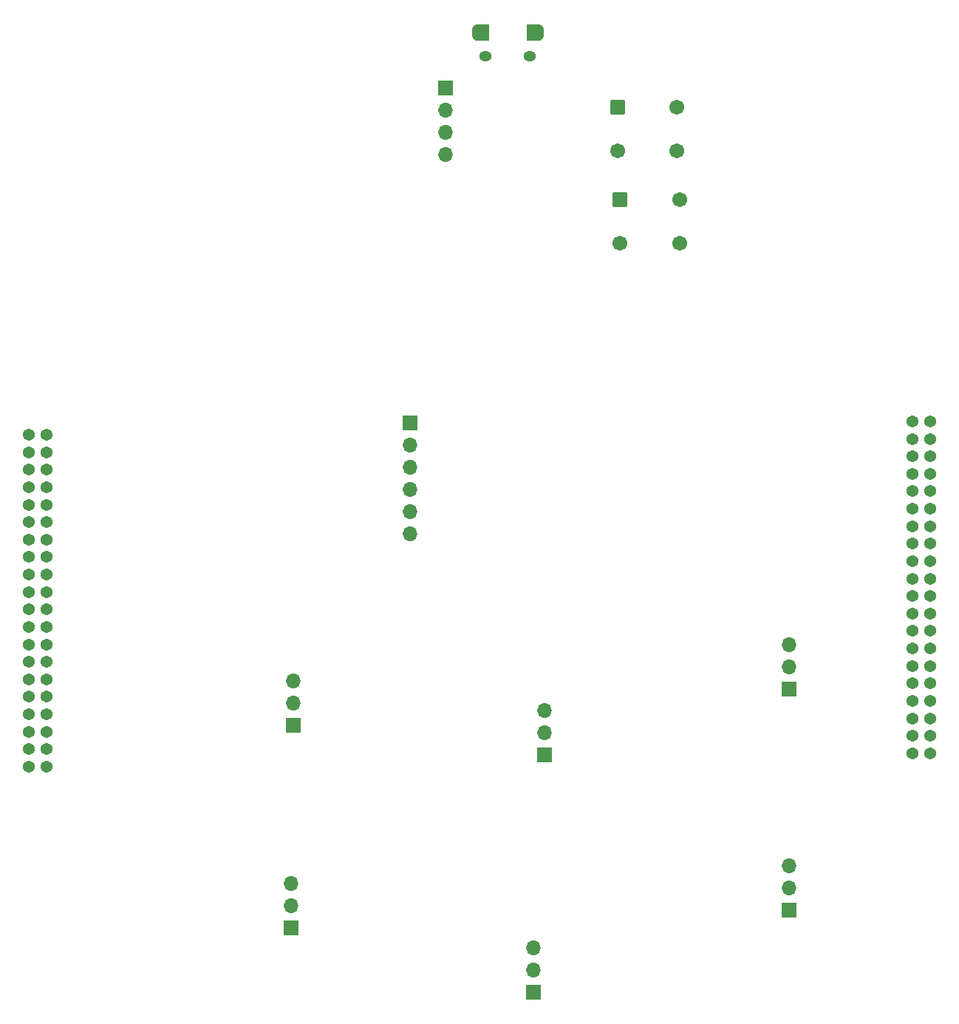
<source format=gbr>
%TF.GenerationSoftware,KiCad,Pcbnew,7.0.7*%
%TF.CreationDate,2024-03-26T11:25:22-07:00*%
%TF.ProjectId,Core-board,436f7265-2d62-46f6-9172-642e6b696361,rev?*%
%TF.SameCoordinates,Original*%
%TF.FileFunction,Soldermask,Bot*%
%TF.FilePolarity,Negative*%
%FSLAX46Y46*%
G04 Gerber Fmt 4.6, Leading zero omitted, Abs format (unit mm)*
G04 Created by KiCad (PCBNEW 7.0.7) date 2024-03-26 11:25:22*
%MOMM*%
%LPD*%
G01*
G04 APERTURE LIST*
G04 Aperture macros list*
%AMRoundRect*
0 Rectangle with rounded corners*
0 $1 Rounding radius*
0 $2 $3 $4 $5 $6 $7 $8 $9 X,Y pos of 4 corners*
0 Add a 4 corners polygon primitive as box body*
4,1,4,$2,$3,$4,$5,$6,$7,$8,$9,$2,$3,0*
0 Add four circle primitives for the rounded corners*
1,1,$1+$1,$2,$3*
1,1,$1+$1,$4,$5*
1,1,$1+$1,$6,$7*
1,1,$1+$1,$8,$9*
0 Add four rect primitives between the rounded corners*
20,1,$1+$1,$2,$3,$4,$5,0*
20,1,$1+$1,$4,$5,$6,$7,0*
20,1,$1+$1,$6,$7,$8,$9,0*
20,1,$1+$1,$8,$9,$2,$3,0*%
G04 Aperture macros list end*
%ADD10C,0.010000*%
%ADD11RoundRect,0.102000X-0.749000X-0.749000X0.749000X-0.749000X0.749000X0.749000X-0.749000X0.749000X0*%
%ADD12C,1.702000*%
%ADD13O,1.454000X1.154000*%
%ADD14R,1.700000X1.700000*%
%ADD15O,1.700000X1.700000*%
%ADD16C,1.371600*%
G04 APERTURE END LIST*
%TO.C,J11*%
D10*
X137044000Y-26826000D02*
X137072000Y-26828000D01*
X137100000Y-26832000D01*
X137128000Y-26837000D01*
X137156000Y-26844000D01*
X137183000Y-26852000D01*
X137210000Y-26861000D01*
X137237000Y-26872000D01*
X137262000Y-26884000D01*
X137287000Y-26898000D01*
X137312000Y-26913000D01*
X137335000Y-26929000D01*
X137358000Y-26946000D01*
X137380000Y-26965000D01*
X137400000Y-26985000D01*
X137420000Y-27005000D01*
X137439000Y-27027000D01*
X137456000Y-27050000D01*
X137472000Y-27073000D01*
X137487000Y-27097000D01*
X137501000Y-27123000D01*
X137513000Y-27148000D01*
X137524000Y-27175000D01*
X137533000Y-27202000D01*
X137541000Y-27229000D01*
X137548000Y-27257000D01*
X137553000Y-27285000D01*
X137557000Y-27313000D01*
X137559000Y-27341000D01*
X137560000Y-27370000D01*
X137560000Y-28030000D01*
X137559000Y-28059000D01*
X137557000Y-28087000D01*
X137553000Y-28115000D01*
X137548000Y-28143000D01*
X137541000Y-28171000D01*
X137533000Y-28198000D01*
X137524000Y-28225000D01*
X137513000Y-28252000D01*
X137501000Y-28277000D01*
X137487000Y-28303000D01*
X137472000Y-28327000D01*
X137456000Y-28350000D01*
X137439000Y-28373000D01*
X137420000Y-28395000D01*
X137400000Y-28415000D01*
X137380000Y-28435000D01*
X137358000Y-28454000D01*
X137335000Y-28471000D01*
X137312000Y-28487000D01*
X137287000Y-28502000D01*
X137262000Y-28516000D01*
X137237000Y-28528000D01*
X137210000Y-28539000D01*
X137183000Y-28548000D01*
X137156000Y-28556000D01*
X137128000Y-28563000D01*
X137100000Y-28568000D01*
X137072000Y-28572000D01*
X137044000Y-28574000D01*
X137015000Y-28575000D01*
X135715000Y-28575000D01*
X135715000Y-26825000D01*
X137015000Y-26825000D01*
X137044000Y-26826000D01*
G36*
X137044000Y-26826000D02*
G01*
X137072000Y-26828000D01*
X137100000Y-26832000D01*
X137128000Y-26837000D01*
X137156000Y-26844000D01*
X137183000Y-26852000D01*
X137210000Y-26861000D01*
X137237000Y-26872000D01*
X137262000Y-26884000D01*
X137287000Y-26898000D01*
X137312000Y-26913000D01*
X137335000Y-26929000D01*
X137358000Y-26946000D01*
X137380000Y-26965000D01*
X137400000Y-26985000D01*
X137420000Y-27005000D01*
X137439000Y-27027000D01*
X137456000Y-27050000D01*
X137472000Y-27073000D01*
X137487000Y-27097000D01*
X137501000Y-27123000D01*
X137513000Y-27148000D01*
X137524000Y-27175000D01*
X137533000Y-27202000D01*
X137541000Y-27229000D01*
X137548000Y-27257000D01*
X137553000Y-27285000D01*
X137557000Y-27313000D01*
X137559000Y-27341000D01*
X137560000Y-27370000D01*
X137560000Y-28030000D01*
X137559000Y-28059000D01*
X137557000Y-28087000D01*
X137553000Y-28115000D01*
X137548000Y-28143000D01*
X137541000Y-28171000D01*
X137533000Y-28198000D01*
X137524000Y-28225000D01*
X137513000Y-28252000D01*
X137501000Y-28277000D01*
X137487000Y-28303000D01*
X137472000Y-28327000D01*
X137456000Y-28350000D01*
X137439000Y-28373000D01*
X137420000Y-28395000D01*
X137400000Y-28415000D01*
X137380000Y-28435000D01*
X137358000Y-28454000D01*
X137335000Y-28471000D01*
X137312000Y-28487000D01*
X137287000Y-28502000D01*
X137262000Y-28516000D01*
X137237000Y-28528000D01*
X137210000Y-28539000D01*
X137183000Y-28548000D01*
X137156000Y-28556000D01*
X137128000Y-28563000D01*
X137100000Y-28568000D01*
X137072000Y-28572000D01*
X137044000Y-28574000D01*
X137015000Y-28575000D01*
X135715000Y-28575000D01*
X135715000Y-26825000D01*
X137015000Y-26825000D01*
X137044000Y-26826000D01*
G37*
X131315000Y-28575000D02*
X130015000Y-28575000D01*
X129986000Y-28574000D01*
X129958000Y-28572000D01*
X129930000Y-28568000D01*
X129902000Y-28563000D01*
X129874000Y-28556000D01*
X129847000Y-28548000D01*
X129820000Y-28539000D01*
X129793000Y-28528000D01*
X129768000Y-28516000D01*
X129743000Y-28502000D01*
X129718000Y-28487000D01*
X129695000Y-28471000D01*
X129672000Y-28454000D01*
X129650000Y-28435000D01*
X129630000Y-28415000D01*
X129610000Y-28395000D01*
X129591000Y-28373000D01*
X129574000Y-28350000D01*
X129558000Y-28327000D01*
X129543000Y-28303000D01*
X129529000Y-28277000D01*
X129517000Y-28252000D01*
X129506000Y-28225000D01*
X129497000Y-28198000D01*
X129489000Y-28171000D01*
X129482000Y-28143000D01*
X129477000Y-28115000D01*
X129473000Y-28087000D01*
X129471000Y-28059000D01*
X129470000Y-28030000D01*
X129470000Y-27370000D01*
X129471000Y-27341000D01*
X129473000Y-27313000D01*
X129477000Y-27285000D01*
X129482000Y-27257000D01*
X129489000Y-27229000D01*
X129497000Y-27202000D01*
X129506000Y-27175000D01*
X129517000Y-27148000D01*
X129529000Y-27123000D01*
X129543000Y-27097000D01*
X129558000Y-27073000D01*
X129574000Y-27050000D01*
X129591000Y-27027000D01*
X129610000Y-27005000D01*
X129630000Y-26985000D01*
X129650000Y-26965000D01*
X129672000Y-26946000D01*
X129695000Y-26929000D01*
X129718000Y-26913000D01*
X129743000Y-26898000D01*
X129768000Y-26884000D01*
X129793000Y-26872000D01*
X129820000Y-26861000D01*
X129847000Y-26852000D01*
X129874000Y-26844000D01*
X129902000Y-26837000D01*
X129930000Y-26832000D01*
X129958000Y-26828000D01*
X129986000Y-26826000D01*
X130015000Y-26825000D01*
X131315000Y-26825000D01*
X131315000Y-28575000D01*
G36*
X131315000Y-28575000D02*
G01*
X130015000Y-28575000D01*
X129986000Y-28574000D01*
X129958000Y-28572000D01*
X129930000Y-28568000D01*
X129902000Y-28563000D01*
X129874000Y-28556000D01*
X129847000Y-28548000D01*
X129820000Y-28539000D01*
X129793000Y-28528000D01*
X129768000Y-28516000D01*
X129743000Y-28502000D01*
X129718000Y-28487000D01*
X129695000Y-28471000D01*
X129672000Y-28454000D01*
X129650000Y-28435000D01*
X129630000Y-28415000D01*
X129610000Y-28395000D01*
X129591000Y-28373000D01*
X129574000Y-28350000D01*
X129558000Y-28327000D01*
X129543000Y-28303000D01*
X129529000Y-28277000D01*
X129517000Y-28252000D01*
X129506000Y-28225000D01*
X129497000Y-28198000D01*
X129489000Y-28171000D01*
X129482000Y-28143000D01*
X129477000Y-28115000D01*
X129473000Y-28087000D01*
X129471000Y-28059000D01*
X129470000Y-28030000D01*
X129470000Y-27370000D01*
X129471000Y-27341000D01*
X129473000Y-27313000D01*
X129477000Y-27285000D01*
X129482000Y-27257000D01*
X129489000Y-27229000D01*
X129497000Y-27202000D01*
X129506000Y-27175000D01*
X129517000Y-27148000D01*
X129529000Y-27123000D01*
X129543000Y-27097000D01*
X129558000Y-27073000D01*
X129574000Y-27050000D01*
X129591000Y-27027000D01*
X129610000Y-27005000D01*
X129630000Y-26985000D01*
X129650000Y-26965000D01*
X129672000Y-26946000D01*
X129695000Y-26929000D01*
X129718000Y-26913000D01*
X129743000Y-26898000D01*
X129768000Y-26884000D01*
X129793000Y-26872000D01*
X129820000Y-26861000D01*
X129847000Y-26852000D01*
X129874000Y-26844000D01*
X129902000Y-26837000D01*
X129930000Y-26832000D01*
X129958000Y-26828000D01*
X129986000Y-26826000D01*
X130015000Y-26825000D01*
X131315000Y-26825000D01*
X131315000Y-28575000D01*
G37*
%TD*%
D11*
%TO.C,SW2*%
X146400000Y-46830000D03*
D12*
X153200000Y-46830000D03*
X146400000Y-51830000D03*
X153200000Y-51830000D03*
%TD*%
D11*
%TO.C,SW1*%
X146140000Y-36245000D03*
D12*
X152940000Y-36245000D03*
X146140000Y-41245000D03*
X152940000Y-41245000D03*
%TD*%
D13*
%TO.C,J11*%
X131015000Y-30400000D03*
X136015000Y-30400000D03*
%TD*%
D14*
%TO.C,J9*%
X137782500Y-110465000D03*
D15*
X137782500Y-107925000D03*
X137782500Y-105385000D03*
%TD*%
D14*
%TO.C,J8*%
X165785000Y-102900000D03*
D15*
X165785000Y-100360000D03*
X165785000Y-97820000D03*
%TD*%
D16*
%TO.C,J1*%
X78650000Y-73800000D03*
X80650000Y-73800000D03*
X78650000Y-75800000D03*
X80650000Y-75800000D03*
X78650000Y-77800000D03*
X80650000Y-77800000D03*
X78650000Y-79800000D03*
X80650000Y-79800000D03*
X78650000Y-81800000D03*
X80650000Y-81800000D03*
X78650000Y-83800000D03*
X80650000Y-83800000D03*
X78650000Y-85800000D03*
X80650000Y-85800000D03*
X78650000Y-87800000D03*
X80650000Y-87800000D03*
X78650000Y-89800000D03*
X80650000Y-89800000D03*
X78650000Y-91800000D03*
X80650000Y-91800000D03*
X78650000Y-93800000D03*
X80650000Y-93800000D03*
X78650000Y-95800000D03*
X80650000Y-95800000D03*
X78650000Y-97800000D03*
X80650000Y-97800000D03*
X78650000Y-99800000D03*
X80650000Y-99800000D03*
X78650000Y-101800000D03*
X80650000Y-101800000D03*
X78650000Y-103800000D03*
X80650000Y-103800000D03*
X78650000Y-105799900D03*
X80650000Y-105799900D03*
X78650000Y-107799900D03*
X80650000Y-107799900D03*
X78650000Y-109799900D03*
X80650000Y-109799900D03*
X78650000Y-111799900D03*
X80650000Y-111799900D03*
X179920000Y-72263169D03*
X181920000Y-72263169D03*
X179920000Y-74263169D03*
X181920000Y-74263169D03*
X179920000Y-76263169D03*
X181920000Y-76263169D03*
X179920000Y-78263169D03*
X181920000Y-78263169D03*
X179920000Y-80263069D03*
X181920000Y-80263069D03*
X179920000Y-82263069D03*
X181920000Y-82263069D03*
X179920000Y-84263069D03*
X181920000Y-84263069D03*
X179920000Y-86263069D03*
X181920000Y-86263069D03*
X179920000Y-88263069D03*
X181920000Y-88263069D03*
X179920000Y-90263069D03*
X181920000Y-90263069D03*
X179920000Y-92263069D03*
X181920000Y-92263069D03*
X179920000Y-94263069D03*
X181920000Y-94263069D03*
X179920000Y-96263069D03*
X181920000Y-96263069D03*
X179920000Y-98263069D03*
X181920000Y-98263069D03*
X179920000Y-100263069D03*
X181920000Y-100263069D03*
X179920000Y-102263069D03*
X181920000Y-102263069D03*
X179920000Y-104263069D03*
X181920000Y-104263069D03*
X179920000Y-106263069D03*
X181920000Y-106263069D03*
X179920000Y-108263069D03*
X181920000Y-108263069D03*
X179920000Y-110263069D03*
X181920000Y-110263069D03*
%TD*%
D14*
%TO.C,J5*%
X108957500Y-107092000D03*
D15*
X108957500Y-104552000D03*
X108957500Y-102012000D03*
%TD*%
D14*
%TO.C,J7*%
X136490000Y-137625000D03*
D15*
X136490000Y-135085000D03*
X136490000Y-132545000D03*
%TD*%
D14*
%TO.C,J4*%
X122300000Y-72450000D03*
D15*
X122300000Y-74990000D03*
X122300000Y-77530000D03*
X122300000Y-80070000D03*
X122300000Y-82610000D03*
X122300000Y-85150000D03*
%TD*%
D14*
%TO.C,J2*%
X165765000Y-128240000D03*
D15*
X165765000Y-125700000D03*
X165765000Y-123160000D03*
%TD*%
D14*
%TO.C,J3*%
X126400000Y-34120000D03*
D15*
X126400000Y-36660000D03*
X126400000Y-39200000D03*
X126400000Y-41740000D03*
%TD*%
D14*
%TO.C,J6*%
X108725000Y-130265000D03*
D15*
X108725000Y-127725000D03*
X108725000Y-125185000D03*
%TD*%
M02*

</source>
